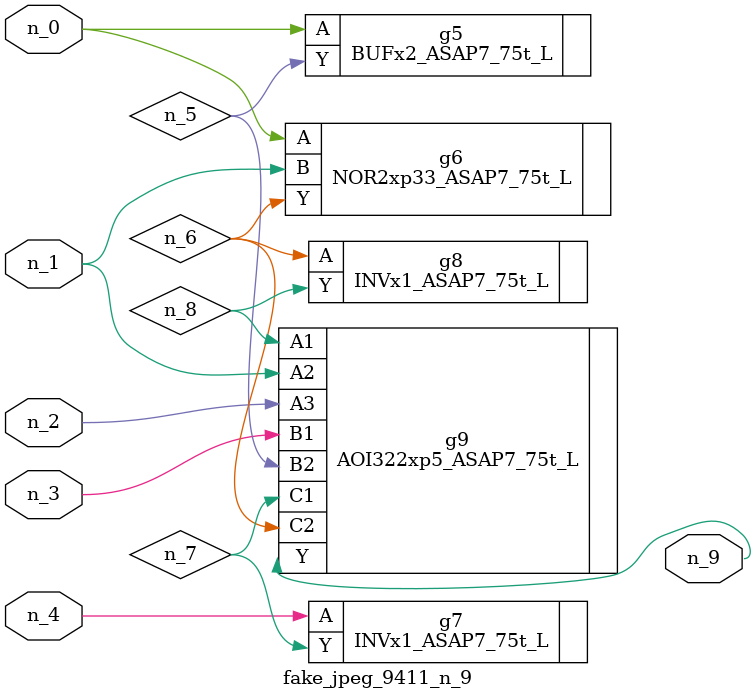
<source format=v>
module fake_jpeg_9411_n_9 (n_3, n_2, n_1, n_0, n_4, n_9);

input n_3;
input n_2;
input n_1;
input n_0;
input n_4;

output n_9;

wire n_8;
wire n_6;
wire n_5;
wire n_7;

BUFx2_ASAP7_75t_L g5 ( 
.A(n_0),
.Y(n_5)
);

NOR2xp33_ASAP7_75t_L g6 ( 
.A(n_0),
.B(n_1),
.Y(n_6)
);

INVx1_ASAP7_75t_L g7 ( 
.A(n_4),
.Y(n_7)
);

INVx1_ASAP7_75t_L g8 ( 
.A(n_6),
.Y(n_8)
);

AOI322xp5_ASAP7_75t_L g9 ( 
.A1(n_8),
.A2(n_1),
.A3(n_2),
.B1(n_3),
.B2(n_5),
.C1(n_7),
.C2(n_6),
.Y(n_9)
);


endmodule
</source>
